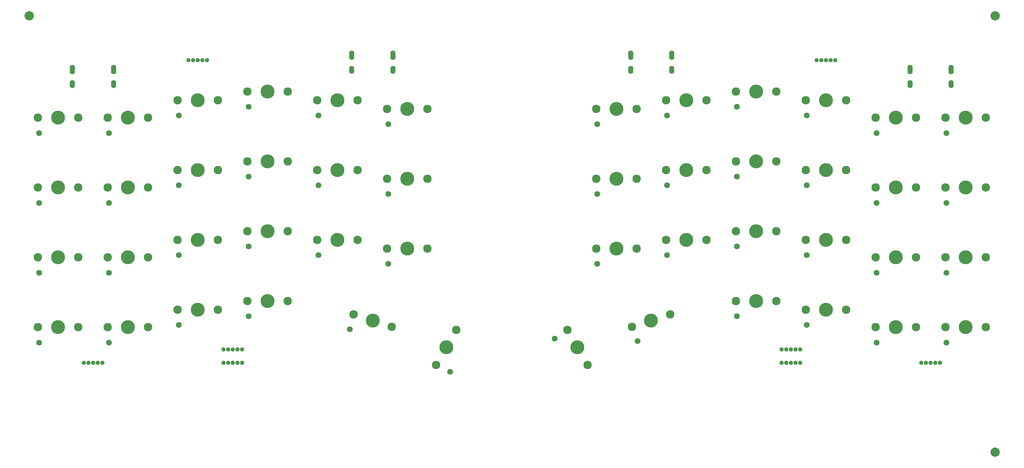
<source format=gts>
G04 #@! TF.GenerationSoftware,KiCad,Pcbnew,(5.0.0)*
G04 #@! TF.CreationDate,2019-01-31T01:42:25-08:00*
G04 #@! TF.ProjectId,Orbit,4F726269742E6B696361645F70636200,rev?*
G04 #@! TF.SameCoordinates,Original*
G04 #@! TF.FileFunction,Soldermask,Top*
G04 #@! TF.FilePolarity,Negative*
%FSLAX46Y46*%
G04 Gerber Fmt 4.6, Leading zero omitted, Abs format (unit mm)*
G04 Created by KiCad (PCBNEW (5.0.0)) date 01/31/19 01:42:25*
%MOMM*%
%LPD*%
G01*
G04 APERTURE LIST*
%ADD10C,1.600000*%
%ADD11C,2.300000*%
%ADD12C,3.800000*%
%ADD13C,2.540000*%
%ADD14C,1.187400*%
%ADD15O,1.400000X2.600000*%
%ADD16O,1.400000X2.200000*%
G04 APERTURE END LIST*
D10*
G04 #@! TO.C,MX34*
X140219307Y-124868403D03*
D11*
X141942000Y-113484610D03*
X136442000Y-123010890D03*
D12*
X139192000Y-118247750D03*
G04 #@! TD*
D10*
G04 #@! TO.C,MX63*
X168735693Y-115827097D03*
D11*
X177733000Y-123010890D03*
X172233000Y-113484610D03*
D12*
X174983000Y-118247750D03*
G04 #@! TD*
D10*
G04 #@! TO.C,MX9*
X28117500Y-59762500D03*
D11*
X38837500Y-55562500D03*
X27837500Y-55562500D03*
D12*
X33337500Y-55562500D03*
G04 #@! TD*
D10*
G04 #@! TO.C,MX10*
X47167500Y-59762500D03*
D11*
X57887500Y-55562500D03*
X46887500Y-55562500D03*
D12*
X52387500Y-55562500D03*
G04 #@! TD*
D10*
G04 #@! TO.C,MX11*
X66217500Y-55000000D03*
D11*
X76937500Y-50800000D03*
X65937500Y-50800000D03*
D12*
X71437500Y-50800000D03*
G04 #@! TD*
D10*
G04 #@! TO.C,MX12*
X85267500Y-52618750D03*
D11*
X95987500Y-48418750D03*
X84987500Y-48418750D03*
D12*
X90487500Y-48418750D03*
G04 #@! TD*
D10*
G04 #@! TO.C,MX13*
X104317500Y-55000000D03*
D11*
X115037500Y-50800000D03*
X104037500Y-50800000D03*
D12*
X109537500Y-50800000D03*
G04 #@! TD*
D10*
G04 #@! TO.C,MX14*
X123367500Y-57381250D03*
D11*
X134087500Y-53181250D03*
X123087500Y-53181250D03*
D12*
X128587500Y-53181250D03*
G04 #@! TD*
D10*
G04 #@! TO.C,MX16*
X28117500Y-78812500D03*
D11*
X38837500Y-74612500D03*
X27837500Y-74612500D03*
D12*
X33337500Y-74612500D03*
G04 #@! TD*
D10*
G04 #@! TO.C,MX17*
X47167500Y-78812500D03*
D11*
X57887500Y-74612500D03*
X46887500Y-74612500D03*
D12*
X52387500Y-74612500D03*
G04 #@! TD*
D10*
G04 #@! TO.C,MX18*
X66217500Y-74050000D03*
D11*
X76937500Y-69850000D03*
X65937500Y-69850000D03*
D12*
X71437500Y-69850000D03*
G04 #@! TD*
D10*
G04 #@! TO.C,MX19*
X85267500Y-71668750D03*
D11*
X95987500Y-67468750D03*
X84987500Y-67468750D03*
D12*
X90487500Y-67468750D03*
G04 #@! TD*
D10*
G04 #@! TO.C,MX20*
X104317500Y-74050000D03*
D11*
X115037500Y-69850000D03*
X104037500Y-69850000D03*
D12*
X109537500Y-69850000D03*
G04 #@! TD*
D10*
G04 #@! TO.C,MX21*
X123367500Y-76431250D03*
D11*
X134087500Y-72231250D03*
X123087500Y-72231250D03*
D12*
X128587500Y-72231250D03*
G04 #@! TD*
D10*
G04 #@! TO.C,MX23*
X28117500Y-97862500D03*
D11*
X38837500Y-93662500D03*
X27837500Y-93662500D03*
D12*
X33337500Y-93662500D03*
G04 #@! TD*
D10*
G04 #@! TO.C,MX24*
X47167500Y-97862500D03*
D11*
X57887500Y-93662500D03*
X46887500Y-93662500D03*
D12*
X52387500Y-93662500D03*
G04 #@! TD*
D10*
G04 #@! TO.C,MX25*
X66217500Y-93100000D03*
D11*
X76937500Y-88900000D03*
X65937500Y-88900000D03*
D12*
X71437500Y-88900000D03*
G04 #@! TD*
D10*
G04 #@! TO.C,MX26*
X85267500Y-90718750D03*
D11*
X95987500Y-86518750D03*
X84987500Y-86518750D03*
D12*
X90487500Y-86518750D03*
G04 #@! TD*
D10*
G04 #@! TO.C,MX27*
X104317500Y-93100000D03*
D11*
X115037500Y-88900000D03*
X104037500Y-88900000D03*
D12*
X109537500Y-88900000D03*
G04 #@! TD*
D10*
G04 #@! TO.C,MX28*
X123367500Y-95481250D03*
D11*
X134087500Y-91281250D03*
X123087500Y-91281250D03*
D12*
X128587500Y-91281250D03*
G04 #@! TD*
D10*
G04 #@! TO.C,MX29*
X28117500Y-116912500D03*
D11*
X38837500Y-112712500D03*
X27837500Y-112712500D03*
D12*
X33337500Y-112712500D03*
G04 #@! TD*
D10*
G04 #@! TO.C,MX30*
X47167500Y-116912500D03*
D11*
X57887500Y-112712500D03*
X46887500Y-112712500D03*
D12*
X52387500Y-112712500D03*
G04 #@! TD*
D10*
G04 #@! TO.C,MX31*
X66217500Y-112150000D03*
D11*
X76937500Y-107950000D03*
X65937500Y-107950000D03*
D12*
X71437500Y-107950000D03*
G04 #@! TD*
D10*
G04 #@! TO.C,MX32*
X85267500Y-109768750D03*
D11*
X95987500Y-105568750D03*
X84987500Y-105568750D03*
D12*
X90487500Y-105568750D03*
G04 #@! TD*
D10*
G04 #@! TO.C,MX33*
X112863614Y-113284119D03*
D11*
X124356811Y-112602343D03*
X113895189Y-109203157D03*
D12*
X119126000Y-110902750D03*
G04 #@! TD*
D10*
G04 #@! TO.C,MX42*
X180367500Y-57381250D03*
D11*
X191087500Y-53181250D03*
X180087500Y-53181250D03*
D12*
X185587500Y-53181250D03*
G04 #@! TD*
D10*
G04 #@! TO.C,MX43*
X199417500Y-55000000D03*
D11*
X210137500Y-50800000D03*
X199137500Y-50800000D03*
D12*
X204637500Y-50800000D03*
G04 #@! TD*
D10*
G04 #@! TO.C,MX44*
X218467500Y-52618750D03*
D11*
X229187500Y-48418750D03*
X218187500Y-48418750D03*
D12*
X223687500Y-48418750D03*
G04 #@! TD*
D10*
G04 #@! TO.C,MX45*
X237517500Y-55000000D03*
D11*
X248237500Y-50800000D03*
X237237500Y-50800000D03*
D12*
X242737500Y-50800000D03*
G04 #@! TD*
D10*
G04 #@! TO.C,MX46*
X256567500Y-59762500D03*
D11*
X267287500Y-55562500D03*
X256287500Y-55562500D03*
D12*
X261787500Y-55562500D03*
G04 #@! TD*
D10*
G04 #@! TO.C,MX47*
X275617500Y-59762500D03*
D11*
X286337500Y-55562500D03*
X275337500Y-55562500D03*
D12*
X280837500Y-55562500D03*
G04 #@! TD*
D10*
G04 #@! TO.C,MX49*
X180367500Y-76431250D03*
D11*
X191087500Y-72231250D03*
X180087500Y-72231250D03*
D12*
X185587500Y-72231250D03*
G04 #@! TD*
D10*
G04 #@! TO.C,MX50*
X199417500Y-74050000D03*
D11*
X210137500Y-69850000D03*
X199137500Y-69850000D03*
D12*
X204637500Y-69850000D03*
G04 #@! TD*
D10*
G04 #@! TO.C,MX51*
X218467500Y-71668750D03*
D11*
X229187500Y-67468750D03*
X218187500Y-67468750D03*
D12*
X223687500Y-67468750D03*
G04 #@! TD*
D10*
G04 #@! TO.C,MX52*
X237517500Y-74050000D03*
D11*
X248237500Y-69850000D03*
X237237500Y-69850000D03*
D12*
X242737500Y-69850000D03*
G04 #@! TD*
D10*
G04 #@! TO.C,MX53*
X256567500Y-78812500D03*
D11*
X267287500Y-74612500D03*
X256287500Y-74612500D03*
D12*
X261787500Y-74612500D03*
G04 #@! TD*
D10*
G04 #@! TO.C,MX54*
X275617500Y-78812500D03*
D11*
X286337500Y-74612500D03*
X275337500Y-74612500D03*
D12*
X280837500Y-74612500D03*
G04 #@! TD*
D10*
G04 #@! TO.C,MX56*
X180367500Y-95481250D03*
D11*
X191087500Y-91281250D03*
X180087500Y-91281250D03*
D12*
X185587500Y-91281250D03*
G04 #@! TD*
D10*
G04 #@! TO.C,MX57*
X199417500Y-93100000D03*
D11*
X210137500Y-88900000D03*
X199137500Y-88900000D03*
D12*
X204637500Y-88900000D03*
G04 #@! TD*
D10*
G04 #@! TO.C,MX58*
X218467500Y-90718750D03*
D11*
X229187500Y-86518750D03*
X218187500Y-86518750D03*
D12*
X223687500Y-86518750D03*
G04 #@! TD*
D10*
G04 #@! TO.C,MX59*
X237517500Y-93100000D03*
D11*
X248237500Y-88900000D03*
X237237500Y-88900000D03*
D12*
X242737500Y-88900000D03*
G04 #@! TD*
D10*
G04 #@! TO.C,MX60*
X256567500Y-97862500D03*
D11*
X267287500Y-93662500D03*
X256287500Y-93662500D03*
D12*
X261787500Y-93662500D03*
G04 #@! TD*
D10*
G04 #@! TO.C,MX61*
X275617500Y-97862500D03*
D11*
X286337500Y-93662500D03*
X275337500Y-93662500D03*
D12*
X280837500Y-93662500D03*
G04 #@! TD*
D10*
G04 #@! TO.C,MX64*
X191382356Y-116510256D03*
D11*
X200279811Y-109203157D03*
X189818189Y-112602343D03*
D12*
X195049000Y-110902750D03*
G04 #@! TD*
D10*
G04 #@! TO.C,MX65*
X218467500Y-109768750D03*
D11*
X229187500Y-105568750D03*
X218187500Y-105568750D03*
D12*
X223687500Y-105568750D03*
G04 #@! TD*
D10*
G04 #@! TO.C,MX66*
X237517500Y-112150000D03*
D11*
X248237500Y-107950000D03*
X237237500Y-107950000D03*
D12*
X242737500Y-107950000D03*
G04 #@! TD*
D10*
G04 #@! TO.C,MX67*
X256567500Y-116912500D03*
D11*
X267287500Y-112712500D03*
X256287500Y-112712500D03*
D12*
X261787500Y-112712500D03*
G04 #@! TD*
D10*
G04 #@! TO.C,MX68*
X275617500Y-116912500D03*
D11*
X286337500Y-112712500D03*
X275337500Y-112712500D03*
D12*
X280837500Y-112712500D03*
G04 #@! TD*
D13*
G04 #@! TO.C,FID4*
X25400000Y-27781250D03*
G04 #@! TD*
G04 #@! TO.C,FID5*
X288925000Y-27781250D03*
G04 #@! TD*
G04 #@! TO.C,FID6*
X288925000Y-146843750D03*
G04 #@! TD*
D14*
G04 #@! TO.C,J3*
X273852500Y-122428000D03*
X272582500Y-122428000D03*
X268772500Y-122428000D03*
X270042500Y-122428000D03*
X271312500Y-122428000D03*
G04 #@! TD*
G04 #@! TO.C,J5*
X235752500Y-118808500D03*
X234482500Y-118808500D03*
X230672500Y-118808500D03*
X231942500Y-118808500D03*
X233212500Y-118808500D03*
G04 #@! TD*
G04 #@! TO.C,J7*
X240197500Y-39941500D03*
X241467500Y-39941500D03*
X245277500Y-39941500D03*
X244007500Y-39941500D03*
X242737500Y-39941500D03*
G04 #@! TD*
G04 #@! TO.C,J9*
X235752500Y-122428000D03*
X234482500Y-122428000D03*
X230672500Y-122428000D03*
X231942500Y-122428000D03*
X233212500Y-122428000D03*
G04 #@! TD*
G04 #@! TO.C,J13*
X68897500Y-39941500D03*
X70167500Y-39941500D03*
X73977500Y-39941500D03*
X72707500Y-39941500D03*
X71437500Y-39941500D03*
G04 #@! TD*
G04 #@! TO.C,J14*
X83502500Y-118808500D03*
X82232500Y-118808500D03*
X78422500Y-118808500D03*
X79692500Y-118808500D03*
X80962500Y-118808500D03*
G04 #@! TD*
G04 #@! TO.C,J17*
X45402500Y-122428000D03*
X44132500Y-122428000D03*
X40322500Y-122428000D03*
X41592500Y-122428000D03*
X42862500Y-122428000D03*
G04 #@! TD*
G04 #@! TO.C,J18*
X83502500Y-122428000D03*
X82232500Y-122428000D03*
X78422500Y-122428000D03*
X79692500Y-122428000D03*
X80962500Y-122428000D03*
G04 #@! TD*
D15*
G04 #@! TO.C,USB1*
X48482500Y-42422500D03*
X37242500Y-42422500D03*
D16*
X48482500Y-46422500D03*
X37242500Y-46422500D03*
G04 #@! TD*
D15*
G04 #@! TO.C,USB2*
X276932500Y-42422500D03*
X265692500Y-42422500D03*
D16*
X276932500Y-46422500D03*
X265692500Y-46422500D03*
G04 #@! TD*
D15*
G04 #@! TO.C,USB3*
X124682500Y-38549000D03*
X113442500Y-38549000D03*
D16*
X124682500Y-42549000D03*
X113442500Y-42549000D03*
G04 #@! TD*
D15*
G04 #@! TO.C,USB4*
X200732500Y-38517250D03*
X189492500Y-38517250D03*
D16*
X200732500Y-42517250D03*
X189492500Y-42517250D03*
G04 #@! TD*
M02*

</source>
